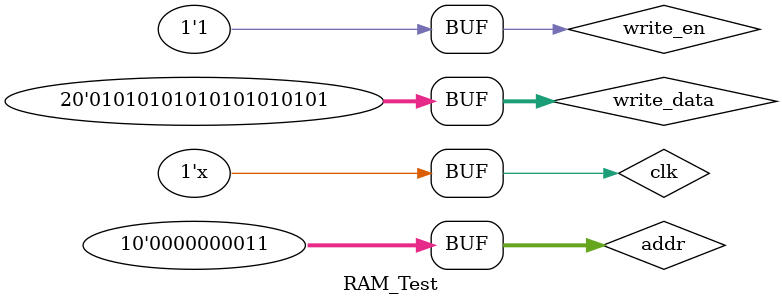
<source format=v>
`timescale 1ns / 1ns

module CacheTest;
    wire Ready; //I need to initialize to zero for simulation //needs to be 2 bits so it can delay for 3 clocks ACTIVE LOW
    wire[9:0] ReadValue;
    reg CLK;
    reg WriteEnable;
    reg [9:0] Address;
    reg [9:0] WriteData;
    
    Cache csh(CLK, WriteEnable, WriteData, Address, ReadValue, Ready);
    
    initial begin
        WriteEnable = 0;
        Address = 0;
        WriteData = 0;
        CLK = 0;
        #20
        Address = 10'b0000000001;
        #80
        Address = 10'b0000000011;
        WriteData = 10'b0000110101;
        #80
        WriteEnable = 1;
        #80
        WriteEnable = 0;
        Address = 10'b0000000010;
        #80
        Address = 10'b0000010010;
        #80
        Address = 10'b0000100010;
        #80
        WriteEnable = 1;
        Address = 10'b0000101110; 
    end
    
    always #10 CLK = ~CLK;
endmodule


module Cache(
        input clk,
        input write_en,
        input [9:0] write_data,
        input [9:0] address,
        output reg[9:0] read_data,
        output reg ready
    );
         
    reg[28:0] CacheMem[7:0][1:0];    //29 bits/block, 8 sets, 2 blocks/set
    reg[2:0] index;
    reg block_index_sel;
    reg miss0, miss1, Miss;
    reg dirty;
    
    wire cont_ready;
    wire evict;
    wire ram_load;
    wire ram_ready;
    wire [19:0] ram_data;
    reg [19:0] to_ram;
    reg [9:0] ram_address;
    
    RAM ram0(.read_data(ram_data), .done(ram_ready), .clk(clk), .write_en(evict), .addr(ram_address), .write_data(to_ram) );
    cache_cont cont0(.clk(clk), .miss(Miss), .dirty(dirty), .r_ram(ram_ready), .ld(ram_load), .ev(evict), .rdy(cont_ready));
    
    // initialize cache with all zeros
    integer i, j;
    initial begin
        for (i=0; i<8; i=i+1)
            for (j=0; j<2; j=j+1)
                CacheMem[i][j] <= 29'b0;
    end
        
    always@(*)
    begin
        ready <= cont_ready;
    
        index <= address[3:1];
        
        // Check block 0
        if (CacheMem[index][0][28] == 0 || CacheMem[index][0][25:20] != address[9:4])
            miss0 <= 1'b1;
        else
            miss0 <= 1'b0;
        
        // Check block 1
        if (CacheMem[index][1][28] == 0 || CacheMem[index][1][25:20] != address[9:4])
            miss1 <= 1'b1;
        else
            miss1 <= 1'b0;
                        
        Miss <= miss0 & miss1;
        
        case (Miss)
        // HIT
            0: begin
                block_index_sel <= miss0;
                dirty <= 1'b0;
            end
        // MISS
            1: begin
                block_index_sel <= CacheMem[index][0][26];
                dirty <= CacheMem[index][block_index_sel][27];
            end
            default: begin
                block_index_sel <= 1'b0;
                dirty <= 1'b0;
            end
        endcase
        
        // cache HIT read data
        case (address[0])
            1: read_data <= CacheMem[index][block_index_sel][19:10];
            default: read_data <= CacheMem[index][block_index_sel][9:0];
        endcase
        
        ram_address <= {CacheMem[index][block_index_sel][25:20], index, 1'b0};
        to_ram <= CacheMem[index][block_index_sel][19:0];
    end
    
    // load tag to cache at positive edge if there is a miss
    always@(posedge clk) begin
        if (Miss == 1 || ram_load == 1) begin
           CacheMem[index][block_index_sel][25:20] <= address[9:4];
       end
    end
          
    always@(negedge clk) begin
        // load from ram to cache
        if (ram_load == 1) begin
            if (write_en == 0)
                CacheMem[index][block_index_sel][19:0] <= ram_data;
            else begin
                if (block_index_sel == 1)
                    CacheMem[index][block_index_sel][9:0] <= ram_data[9:0];
                else
                    CacheMem[index][block_index_sel][19:10] <= ram_data[19:10];
            end
       
            CacheMem[index][block_index_sel][28] <= 1'b1;
            CacheMem[index][block_index_sel][27] <= 1'b0;
            CacheMem[index][block_index_sel][26] <= 1'b1;
            CacheMem[index][!block_index_sel][26] <= 1'b0;
        end
        
        // write to cache
        else if (Miss == 0 && write_en == 1) begin
            if (address[0] == 1)
                CacheMem[index][block_index_sel][19:10] <= write_data;
            else
                CacheMem[index][block_index_sel][9:0] <= write_data;
            
            CacheMem[index][block_index_sel][27] <= 1'b1;
            CacheMem[index][block_index_sel][26] <= 1'b1;
            CacheMem[index][!block_index_sel][26] <= 1'b0;
        end
    end
endmodule

module cache_cont (
        output reg ld,  // Load Flag
        output reg ev,  // Eviction Flag
        output reg rdy, // Ready Flag
        input clk,      // Clock input signal
        input miss,     // Indicates cache miss
        input dirty,    // Indicates dirty cache
        input r_ram     // Ram is ready flag
    );
    reg state;
    
    // Set initial values:
    //  No eviction or load initially
    //  The cache is ready
    //  Initial state is 0
    initial {ld,ev,rdy,state}=4'b0010;
    
    always @(*) begin
        ev = miss & dirty & ~state; // If dirty and miss in state 0 set evict flag
        ld = ~ev & state;           // Else, if in state 1 set load flag
        rdy = ~ld & ~miss;          // Else, if no miss, set ready flag
    end
    
    always @(posedge clk) begin 
        if (miss)            // if a miss, toggle state
            state <= ~state;
        if (state & r_ram)   // if in state 1 and ram ready,
            state <= 0;      //  return to state 0
    end
endmodule

module RAM(
        input clk,
        input write_en,
        input [9:0] addr, // address of offset 0 or 1 
        input [19:0] write_data, //9:0 offset data 0, 19:10 offset data 1
        output reg [19:0] read_data, //9:0 offset data 0, 19:10 offset data 1 
        output reg done
    );
    
    reg [9:0] memory[1023:0];
    
    integer i;
    
    initial begin
        for ( i = 0; i < 1024; i = i +1 ) begin
            memory[i] <= 0;
        end
    
        memory[0] <= 10'b001110011;
        memory[1] <= 10'b001100001;
        memory[2] <= 10'b000100011;
        memory[3] <= 10'b001100000;
        memory[4] <= 10'b001110011;
        memory[5] <= 10'b001110001;
        memory[6] <= 10'b000101111;
        memory[7] <= 10'b001101000;
    end
    
    always@(*) begin
        read_data[9:0] <= memory[{addr[9:1], 1'b0}];
        read_data[19:10] <= memory[{addr[9:1], 1'b1}];
        
        if(write_en ==1) begin
            if ({memory[{addr[9:1], 1'b1}], memory[{addr[9:1], 1'b0}]} == write_data)
                done <= 1'b1;
            else
                done <= 1'b0;
            end
        else
            done <= 1'b1;
    end 
    
    always@(posedge clk) begin
        if(write_en ==1) begin
          memory[{addr[9:1], 1'b0}] <= write_data[9:0];
          memory[{addr[9:1], 1'b1}] <= write_data[19:10];
        end
   end
endmodule

module RAM_Test();
     reg clk;
     reg write_en;
     reg [9:0] addr;
     reg [19:0] write_data;
     wire [19:0] read_data;
     wire done;
     
    //toggle clock every 4ns
    always #4 clk = ~clk;
    
    RAM ram( .clk(clk), .write_en(write_en), .addr(addr), .write_data(write_data), .read_data(read_data), .done(done));
    
    initial begin
        clk = 1;       
        #16;

        write_en = 1'b0;
        addr = 10'b0000000001;
        write_data = 20'b00000000001111111111;
        
       #16
       
       write_en = 1'b1;
       addr = 10'b0000000001;
       write_data = 20'b00000000001111111111;
       
       #16
       
       write_en = 1'b1;
       addr = 10'b0000000011;
       write_data = 20'b01010101010101010101;
           
    end
endmodule

</source>
